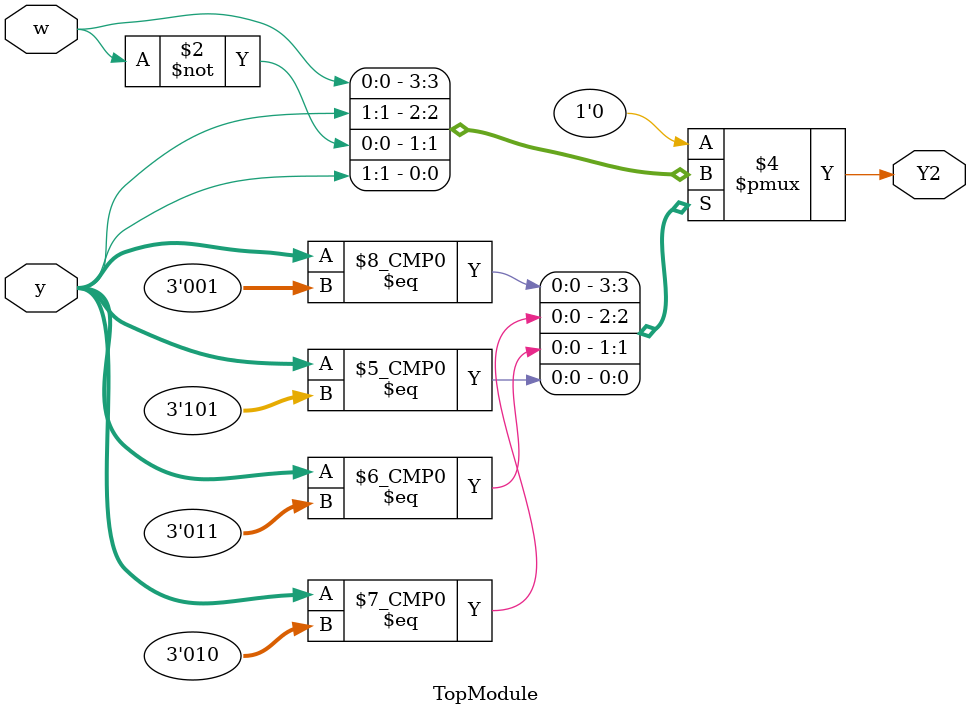
<source format=sv>

module TopModule (
  input [3:1] y,
  input w,
  output reg Y2
);

always @(*) begin
  case(y)
    3'b000: Y2 = 0; // A -> B or A
    3'b001: Y2 = w; // B -> C or D
    3'b010: Y2 = y[1]; // C -> E or D
    3'b011: Y2 = ~w; // D -> F or A
    3'b100: Y2 = 0; // E stays E or goes to D
    3'b101: Y2 = y[1]; // F -> C or D
    default: Y2 = 0; // Default case, should not occur
  endcase
end

endmodule

// VERILOG-EVAL: errant inclusion of module definition

</source>
